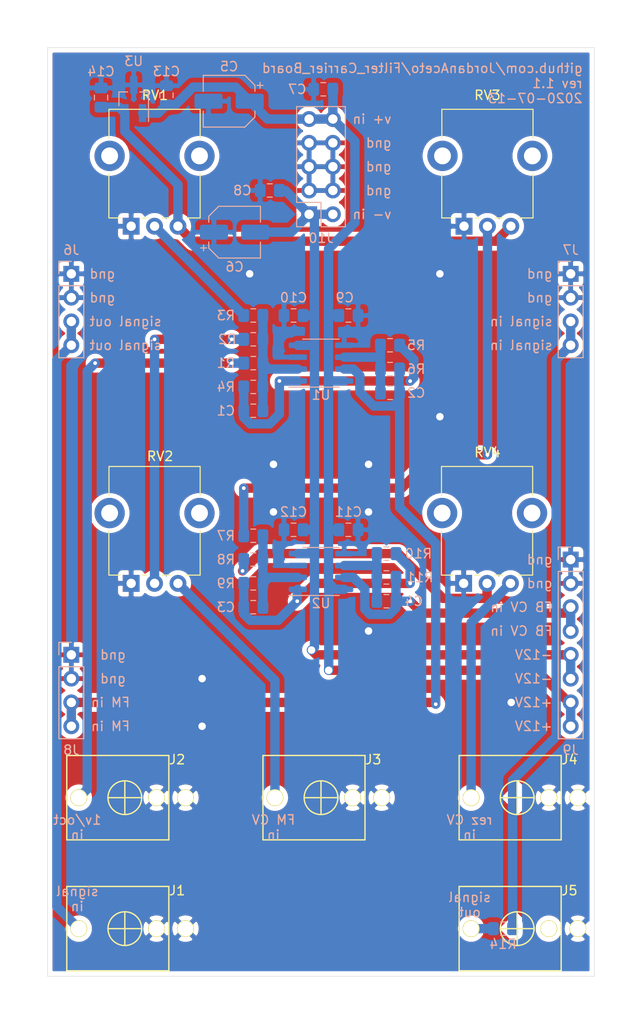
<source format=kicad_pcb>
(kicad_pcb (version 20171130) (host pcbnew 5.1.6-c6e7f7d~87~ubuntu18.04.1)
  (title_block (title "Filter Carrier Board") (date 2020-03-18) (rev 1) (comment 1 creativecommons.org/licenses/by/4.0/) (comment 2 "License: CC by 4.0") (comment 3 "Author: Jordan Aceto"))
  (layers (0 F.Cu signal) (31 B.Cu signal) (34 B.Paste user) (35 F.Paste user) (36 B.SilkS user) (37 F.SilkS user) (38 B.Mask user) (39 F.Mask user) (44 Edge.Cuts user))
  (net 0 "")
  (net 1 +12V)
  (net 2 GND)
  (net 3 -12V)
  (net 4 "Net-(J1-Pad3)")
  (net 5 "Net-(J2-Pad3)")
  (net 6 "Net-(J4-Pad3)")
  (net 7 "Net-(J7-Pad3)")
  (net 8 "Net-(R3-Pad2)")
  (net 9 "Net-(R8-Pad2)")
  (net 10 "Net-(J3-Pad3)")
  (net 11 "Net-(J5-Pad3)")
  (net 12 "Net-(C1-Pad2)")
  (net 13 "Net-(C1-Pad1)")
  (net 14 "Net-(C2-Pad2)")
  (net 15 "Net-(C2-Pad1)")
  (net 16 "Net-(C3-Pad2)")
  (net 17 "Net-(C3-Pad1)")
  (net 18 "Net-(C4-Pad2)")
  (net 19 "Net-(C4-Pad1)")
  (net 20 +5V)
  (net 21 "Net-(R2-Pad2)")
  (net 22 "Net-(R7-Pad2)")
  (net 23 "Net-(J5-Pad2)")
  (module Capacitor_SMD:C_0805_2012Metric_Pad1.15x1.40mm_HandSolder (layer B.Cu) (at 108.585 52.315 90)
    (fp_text reference C14 (at 2.785 0 180) (layer B.SilkS) (effects (justify mirror)))
    (fp_text value 100nF)
    (pad 2 smd roundrect (at 1.025 0 90) (size 1.15 1.4) (layers B.Cu B.Paste B.Mask) (roundrect_rratio 0.217391) (net 2 GND))
    (pad 1 smd roundrect (at -1.025 0 90) (size 1.15 1.4) (layers B.Cu B.Paste B.Mask) (roundrect_rratio 0.217391) (net 20 +5V))
  )
  (module Capacitor_SMD:C_0805_2012Metric_Pad1.15x1.40mm_HandSolder (layer B.Cu) (at 115.57 52.07 90)
    (fp_text reference C13 (at 2.54 0 180) (layer B.SilkS) (effects (justify mirror)))
    (fp_text value 100nF)
    (pad 2 smd roundrect (at 1.025 0 90) (size 1.15 1.4) (layers B.Cu B.Paste B.Mask) (roundrect_rratio 0.217391) (net 2 GND))
    (pad 1 smd roundrect (at -1.025 0 90) (size 1.15 1.4) (layers B.Cu B.Paste B.Mask) (roundrect_rratio 0.217391) (net 1 +12V))
  )
  (module Eurocad:PJ301M-12 (layer F.Cu) (at 153.035 140.97 90)
    (fp_text reference J5 (at 4.064 5.588 180) (layer F.SilkS))
    (fp_text value PJ301M-12)
    (pad 3 thru_hole circle (at 0 -4.92 90) (size 1.8 1.8) (drill 1.6) (layers *.Cu *.Mask F.SilkS) (net 11 "Net-(J5-Pad3)"))
    (pad 1 thru_hole circle (at 0 6.48 90) (size 1.8 1.8) (drill 1.6) (layers *.Cu *.Mask F.SilkS) (net 2 GND))
    (pad 2 thru_hole circle (at 0 3.38 90) (size 1.8 1.8) (drill 1.6) (layers *.Cu *.Mask F.SilkS) (net 23 "Net-(J5-Pad2)"))
  )
  (module Eurocad:PJ301M-12 (layer F.Cu) (at 153.035 127 90)
    (fp_text reference J4 (at 4.064 5.588 180) (layer F.SilkS))
    (fp_text value PJ301M-12)
    (pad 3 thru_hole circle (at 0 -4.92 90) (size 1.8 1.8) (drill 1.6) (layers *.Cu *.Mask F.SilkS) (net 6 "Net-(J4-Pad3)"))
    (pad 1 thru_hole circle (at 0 6.48 90) (size 1.8 1.8) (drill 1.6) (layers *.Cu *.Mask F.SilkS) (net 2 GND))
    (pad 2 thru_hole circle (at 0 3.38 90) (size 1.8 1.8) (drill 1.6) (layers *.Cu *.Mask F.SilkS) (net 2 GND))
  )
  (module Eurocad:PJ301M-12 (layer F.Cu) (at 132.08 127 90)
    (fp_text reference J3 (at 4.064 5.588 180) (layer F.SilkS))
    (fp_text value PJ301M-12)
    (pad 3 thru_hole circle (at 0 -4.92 90) (size 1.8 1.8) (drill 1.6) (layers *.Cu *.Mask F.SilkS) (net 10 "Net-(J3-Pad3)"))
    (pad 1 thru_hole circle (at 0 6.48 90) (size 1.8 1.8) (drill 1.6) (layers *.Cu *.Mask F.SilkS) (net 2 GND))
    (pad 2 thru_hole circle (at 0 3.38 90) (size 1.8 1.8) (drill 1.6) (layers *.Cu *.Mask F.SilkS) (net 2 GND))
  )
  (module Eurocad:PJ301M-12 (layer F.Cu) (at 111.125 127 90)
    (fp_text reference J2 (at 4.064 5.588 180) (layer F.SilkS))
    (fp_text value PJ301M-12)
    (pad 3 thru_hole circle (at 0 -4.92 90) (size 1.8 1.8) (drill 1.6) (layers *.Cu *.Mask F.SilkS) (net 5 "Net-(J2-Pad3)"))
    (pad 1 thru_hole circle (at 0 6.48 90) (size 1.8 1.8) (drill 1.6) (layers *.Cu *.Mask F.SilkS) (net 2 GND))
    (pad 2 thru_hole circle (at 0 3.38 90) (size 1.8 1.8) (drill 1.6) (layers *.Cu *.Mask F.SilkS) (net 2 GND))
  )
  (module Eurocad:PJ301M-12 (layer F.Cu) (at 111.125 140.97 90)
    (fp_text reference J1 (at 4.064 5.588 180) (layer F.SilkS))
    (fp_text value PJ301M-12)
    (pad 3 thru_hole circle (at 0 -4.92 90) (size 1.8 1.8) (drill 1.6) (layers *.Cu *.Mask F.SilkS) (net 4 "Net-(J1-Pad3)"))
    (pad 1 thru_hole circle (at 0 6.48 90) (size 1.8 1.8) (drill 1.6) (layers *.Cu *.Mask F.SilkS) (net 2 GND))
    (pad 2 thru_hole circle (at 0 3.38 90) (size 1.8 1.8) (drill 1.6) (layers *.Cu *.Mask F.SilkS) (net 2 GND))
  )
  (module Package_TO_SOT_SMD:SOT-23_Handsoldering (layer B.Cu) (at 112.075 52.475 90)
    (fp_text reference U3 (at 4.04 0 180) (layer B.SilkS) (effects (justify mirror)))
    (fp_text value MAX6035xxUR50)
    (pad 3 smd rect (at 1.5 0 90) (size 1.9 0.8) (layers B.Cu B.Paste B.Mask) (net 2 GND))
    (pad 2 smd rect (at -1.5 -0.95 90) (size 1.9 0.8) (layers B.Cu B.Paste B.Mask) (net 20 +5V))
    (pad 1 smd rect (at -1.5 0.95 90) (size 1.9 0.8) (layers B.Cu B.Paste B.Mask) (net 1 +12V))
  )
  (module Package_SO:SOIC-8_3.9x4.9mm_P1.27mm (layer B.Cu) (at 132.08 102.87)
    (fp_text reference U2 (at 0 3.4) (layer B.SilkS) (effects (justify mirror)))
    (fp_text value TL072)
    (pad 8 smd roundrect (at 2.475 1.905) (size 1.95 0.6) (layers B.Cu B.Paste B.Mask) (net 1 +12V))
    (pad 7 smd roundrect (at 2.475 0.635) (size 1.95 0.6) (layers B.Cu B.Paste B.Mask) (net 19 "Net-(C4-Pad1)"))
    (pad 6 smd roundrect (at 2.475 -0.635) (size 1.95 0.6) (layers B.Cu B.Paste B.Mask) (net 18 "Net-(C4-Pad2)"))
    (pad 5 smd roundrect (at 2.475 -1.905) (size 1.95 0.6) (layers B.Cu B.Paste B.Mask) (net 2 GND))
    (pad 4 smd roundrect (at -2.475 -1.905) (size 1.95 0.6) (layers B.Cu B.Paste B.Mask) (net 3 -12V))
    (pad 3 smd roundrect (at -2.475 -0.635) (size 1.95 0.6) (layers B.Cu B.Paste B.Mask) (net 2 GND))
    (pad 2 smd roundrect (at -2.475 0.635) (size 1.95 0.6) (layers B.Cu B.Paste B.Mask) (net 16 "Net-(C3-Pad2)"))
    (pad 1 smd roundrect (at -2.475 1.905) (size 1.95 0.6) (layers B.Cu B.Paste B.Mask) (net 17 "Net-(C3-Pad1)"))
  )
  (module Package_SO:SOIC-8_3.9x4.9mm_P1.27mm (layer B.Cu) (at 132.08 80.645)
    (fp_text reference U1 (at 0 3.4) (layer B.SilkS) (effects (justify mirror)))
    (fp_text value TL072)
    (pad 8 smd roundrect (at 2.475 1.905) (size 1.95 0.6) (layers B.Cu B.Paste B.Mask) (net 1 +12V))
    (pad 7 smd roundrect (at 2.475 0.635) (size 1.95 0.6) (layers B.Cu B.Paste B.Mask) (net 15 "Net-(C2-Pad1)"))
    (pad 6 smd roundrect (at 2.475 -0.635) (size 1.95 0.6) (layers B.Cu B.Paste B.Mask) (net 14 "Net-(C2-Pad2)"))
    (pad 5 smd roundrect (at 2.475 -1.905) (size 1.95 0.6) (layers B.Cu B.Paste B.Mask) (net 2 GND))
    (pad 4 smd roundrect (at -2.475 -1.905) (size 1.95 0.6) (layers B.Cu B.Paste B.Mask) (net 3 -12V))
    (pad 3 smd roundrect (at -2.475 -0.635) (size 1.95 0.6) (layers B.Cu B.Paste B.Mask) (net 2 GND))
    (pad 2 smd roundrect (at -2.475 0.635) (size 1.95 0.6) (layers B.Cu B.Paste B.Mask) (net 12 "Net-(C1-Pad2)"))
    (pad 1 smd roundrect (at -2.475 1.905) (size 1.95 0.6) (layers B.Cu B.Paste B.Mask) (net 13 "Net-(C1-Pad1)"))
  )
  (module Potentiometer_THT:Potentiometer_Alpha_RD901F-40-00D_Single_Vertical_CircularHoles (layer F.Cu) (at 147.32 104.14 90)
    (fp_text reference RV4 (at 13.97 2.54) (layer F.SilkS))
    (fp_text value 100k)
    (pad "" thru_hole circle (at 7.5 -2.3 180) (size 3.24 3.24) (drill 1.8) (layers *.Cu *.Mask))
    (pad "" thru_hole circle (at 7.5 7.3 180) (size 3.24 3.24) (drill 1.8) (layers *.Cu *.Mask))
    (pad 3 thru_hole circle (at 0 5 180) (size 1.8 1.8) (drill 1) (layers *.Cu *.Mask) (net 6 "Net-(J4-Pad3)"))
    (pad 2 thru_hole circle (at 0 2.5 180) (size 1.8 1.8) (drill 1) (layers *.Cu *.Mask) (net 9 "Net-(R8-Pad2)"))
    (pad 1 thru_hole rect (at 0 0 180) (size 1.8 1.8) (drill 1) (layers *.Cu *.Mask) (net 2 GND))
  )
  (module Potentiometer_THT:Potentiometer_Alpha_RD901F-40-00D_Single_Vertical_CircularHoles (layer F.Cu) (at 147.36 66.04 90)
    (fp_text reference RV3 (at 13.97 2.5) (layer F.SilkS))
    (fp_text value 10k)
    (pad "" thru_hole circle (at 7.5 -2.3 180) (size 3.24 3.24) (drill 1.8) (layers *.Cu *.Mask))
    (pad "" thru_hole circle (at 7.5 7.3 180) (size 3.24 3.24) (drill 1.8) (layers *.Cu *.Mask))
    (pad 3 thru_hole circle (at 0 5 180) (size 1.8 1.8) (drill 1) (layers *.Cu *.Mask) (net 20 +5V))
    (pad 2 thru_hole circle (at 0 2.5 180) (size 1.8 1.8) (drill 1) (layers *.Cu *.Mask) (net 22 "Net-(R7-Pad2)"))
    (pad 1 thru_hole rect (at 0 0 180) (size 1.8 1.8) (drill 1) (layers *.Cu *.Mask) (net 2 GND))
  )
  (module Potentiometer_THT:Potentiometer_Alpha_RD901F-40-00D_Single_Vertical_CircularHoles (layer F.Cu) (at 111.8 104.14 90)
    (fp_text reference RV2 (at 13.56 3.09) (layer F.SilkS))
    (fp_text value 100k)
    (pad "" thru_hole circle (at 7.5 -2.3 180) (size 3.24 3.24) (drill 1.8) (layers *.Cu *.Mask))
    (pad "" thru_hole circle (at 7.5 7.3 180) (size 3.24 3.24) (drill 1.8) (layers *.Cu *.Mask))
    (pad 3 thru_hole circle (at 0 5 180) (size 1.8 1.8) (drill 1) (layers *.Cu *.Mask) (net 10 "Net-(J3-Pad3)"))
    (pad 2 thru_hole circle (at 0 2.5 180) (size 1.8 1.8) (drill 1) (layers *.Cu *.Mask) (net 21 "Net-(R2-Pad2)"))
    (pad 1 thru_hole rect (at 0 0 180) (size 1.8 1.8) (drill 1) (layers *.Cu *.Mask) (net 2 GND))
  )
  (module Potentiometer_THT:Potentiometer_Alpha_RD901F-40-00D_Single_Vertical_CircularHoles (layer F.Cu) (at 111.8 66.04 90)
    (fp_text reference RV1 (at 13.97 2.54) (layer F.SilkS))
    (fp_text value 10k)
    (pad "" thru_hole circle (at 7.5 -2.3 180) (size 3.24 3.24) (drill 1.8) (layers *.Cu *.Mask))
    (pad "" thru_hole circle (at 7.5 7.3 180) (size 3.24 3.24) (drill 1.8) (layers *.Cu *.Mask))
    (pad 3 thru_hole circle (at 0 5 180) (size 1.8 1.8) (drill 1) (layers *.Cu *.Mask) (net 20 +5V))
    (pad 2 thru_hole circle (at 0 2.5 180) (size 1.8 1.8) (drill 1) (layers *.Cu *.Mask) (net 8 "Net-(R3-Pad2)"))
    (pad 1 thru_hole rect (at 0 0 180) (size 1.8 1.8) (drill 1) (layers *.Cu *.Mask) (net 2 GND))
  )
  (module Resistor_SMD:R_0805_2012Metric_Pad1.15x1.40mm_HandSolder (layer B.Cu) (at 151.52 140.97)
    (fp_text reference R14 (at 0 1.65) (layer B.SilkS) (effects (justify mirror)))
    (fp_text value 1k)
    (pad 2 smd roundrect (at 1.025 0) (size 1.15 1.4) (layers B.Cu B.Paste B.Mask) (roundrect_rratio 0.217391) (net 7 "Net-(J7-Pad3)"))
    (pad 1 smd roundrect (at -1.025 0) (size 1.15 1.4) (layers B.Cu B.Paste B.Mask) (roundrect_rratio 0.217391) (net 11 "Net-(J5-Pad3)"))
  )
  (module Resistor_SMD:R_0805_2012Metric_Pad1.15x1.40mm_HandSolder (layer B.Cu) (at 139.065 103.505 180)
    (fp_text reference R11 (at -3.565 0) (layer B.SilkS) (effects (justify mirror)))
    (fp_text value 47k)
    (pad 2 smd roundrect (at 1.025 0 180) (size 1.15 1.4) (layers B.Cu B.Paste B.Mask) (roundrect_rratio 0.217391) (net 18 "Net-(C4-Pad2)"))
    (pad 1 smd roundrect (at -1.025 0 180) (size 1.15 1.4) (layers B.Cu B.Paste B.Mask) (roundrect_rratio 0.217391) (net 19 "Net-(C4-Pad1)"))
  )
  (module Resistor_SMD:R_0805_2012Metric_Pad1.15x1.40mm_HandSolder (layer B.Cu) (at 139.065 100.965)
    (fp_text reference R10 (at 3.42 0) (layer B.SilkS) (effects (justify mirror)))
    (fp_text value 100k)
    (pad 2 smd roundrect (at 1.025 0) (size 1.15 1.4) (layers B.Cu B.Paste B.Mask) (roundrect_rratio 0.217391) (net 17 "Net-(C3-Pad1)"))
    (pad 1 smd roundrect (at -1.025 0) (size 1.15 1.4) (layers B.Cu B.Paste B.Mask) (roundrect_rratio 0.217391) (net 18 "Net-(C4-Pad2)"))
  )
  (module Resistor_SMD:R_0805_2012Metric_Pad1.15x1.40mm_HandSolder (layer B.Cu) (at 124.85 104.14)
    (fp_text reference R9 (at -2.93 0) (layer B.SilkS) (effects (justify mirror)))
    (fp_text value 100k)
    (pad 2 smd roundrect (at 1.025 0) (size 1.15 1.4) (layers B.Cu B.Paste B.Mask) (roundrect_rratio 0.217391) (net 16 "Net-(C3-Pad2)"))
    (pad 1 smd roundrect (at -1.025 0) (size 1.15 1.4) (layers B.Cu B.Paste B.Mask) (roundrect_rratio 0.217391) (net 17 "Net-(C3-Pad1)"))
  )
  (module Resistor_SMD:R_0805_2012Metric_Pad1.15x1.40mm_HandSolder (layer B.Cu) (at 124.85 101.6 180)
    (fp_text reference R8 (at 2.93 0) (layer B.SilkS) (effects (justify mirror)))
    (fp_text value 100k)
    (pad 2 smd roundrect (at 1.025 0 180) (size 1.15 1.4) (layers B.Cu B.Paste B.Mask) (roundrect_rratio 0.217391) (net 9 "Net-(R8-Pad2)"))
    (pad 1 smd roundrect (at -1.025 0 180) (size 1.15 1.4) (layers B.Cu B.Paste B.Mask) (roundrect_rratio 0.217391) (net 16 "Net-(C3-Pad2)"))
  )
  (module Resistor_SMD:R_0805_2012Metric_Pad1.15x1.40mm_HandSolder (layer B.Cu) (at 124.85 99.06 180)
    (fp_text reference R7 (at 2.93 0) (layer B.SilkS) (effects (justify mirror)))
    (fp_text value 100k)
    (pad 2 smd roundrect (at 1.025 0 180) (size 1.15 1.4) (layers B.Cu B.Paste B.Mask) (roundrect_rratio 0.217391) (net 22 "Net-(R7-Pad2)"))
    (pad 1 smd roundrect (at -1.025 0 180) (size 1.15 1.4) (layers B.Cu B.Paste B.Mask) (roundrect_rratio 0.217391) (net 16 "Net-(C3-Pad2)"))
  )
  (module Resistor_SMD:R_0805_2012Metric_Pad1.15x1.40mm_HandSolder (layer B.Cu) (at 139.455 81.28 180)
    (fp_text reference R6 (at -2.785 0) (layer B.SilkS) (effects (justify mirror)))
    (fp_text value 22k)
    (pad 2 smd roundrect (at 1.025 0 180) (size 1.15 1.4) (layers B.Cu B.Paste B.Mask) (roundrect_rratio 0.217391) (net 14 "Net-(C2-Pad2)"))
    (pad 1 smd roundrect (at -1.025 0 180) (size 1.15 1.4) (layers B.Cu B.Paste B.Mask) (roundrect_rratio 0.217391) (net 15 "Net-(C2-Pad1)"))
  )
  (module Resistor_SMD:R_0805_2012Metric_Pad1.15x1.40mm_HandSolder (layer B.Cu) (at 139.455 78.74)
    (fp_text reference R5 (at 2.785 0) (layer B.SilkS) (effects (justify mirror)))
    (fp_text value 100k)
    (pad 2 smd roundrect (at 1.025 0) (size 1.15 1.4) (layers B.Cu B.Paste B.Mask) (roundrect_rratio 0.217391) (net 13 "Net-(C1-Pad1)"))
    (pad 1 smd roundrect (at -1.025 0) (size 1.15 1.4) (layers B.Cu B.Paste B.Mask) (roundrect_rratio 0.217391) (net 14 "Net-(C2-Pad2)"))
  )
  (module Resistor_SMD:R_0805_2012Metric_Pad1.15x1.40mm_HandSolder (layer B.Cu) (at 124.85 83.185)
    (fp_text reference R4 (at -2.93 0) (layer B.SilkS) (effects (justify mirror)))
    (fp_text value 100k)
    (pad 2 smd roundrect (at 1.025 0) (size 1.15 1.4) (layers B.Cu B.Paste B.Mask) (roundrect_rratio 0.217391) (net 12 "Net-(C1-Pad2)"))
    (pad 1 smd roundrect (at -1.025 0) (size 1.15 1.4) (layers B.Cu B.Paste B.Mask) (roundrect_rratio 0.217391) (net 13 "Net-(C1-Pad1)"))
  )
  (module Resistor_SMD:R_0805_2012Metric_Pad1.15x1.40mm_HandSolder (layer B.Cu) (at 124.85 75.565 180)
    (fp_text reference R3 (at 2.93 0) (layer B.SilkS) (effects (justify mirror)))
    (fp_text value 50k)
    (pad 2 smd roundrect (at 1.025 0 180) (size 1.15 1.4) (layers B.Cu B.Paste B.Mask) (roundrect_rratio 0.217391) (net 8 "Net-(R3-Pad2)"))
    (pad 1 smd roundrect (at -1.025 0 180) (size 1.15 1.4) (layers B.Cu B.Paste B.Mask) (roundrect_rratio 0.217391) (net 12 "Net-(C1-Pad2)"))
  )
  (module Resistor_SMD:R_0805_2012Metric_Pad1.15x1.40mm_HandSolder (layer B.Cu) (at 124.85 78.105 180)
    (fp_text reference R2 (at 2.785 0) (layer B.SilkS) (effects (justify mirror)))
    (fp_text value 100k)
    (pad 2 smd roundrect (at 1.025 0 180) (size 1.15 1.4) (layers B.Cu B.Paste B.Mask) (roundrect_rratio 0.217391) (net 21 "Net-(R2-Pad2)"))
    (pad 1 smd roundrect (at -1.025 0 180) (size 1.15 1.4) (layers B.Cu B.Paste B.Mask) (roundrect_rratio 0.217391) (net 12 "Net-(C1-Pad2)"))
  )
  (module Resistor_SMD:R_0805_2012Metric_Pad1.15x1.40mm_HandSolder (layer B.Cu) (at 124.85 80.645 180)
    (fp_text reference R1 (at 2.93 0) (layer B.SilkS) (effects (justify mirror)))
    (fp_text value 100k)
    (pad 2 smd roundrect (at 1.025 0 180) (size 1.15 1.4) (layers B.Cu B.Paste B.Mask) (roundrect_rratio 0.217391) (net 5 "Net-(J2-Pad3)"))
    (pad 1 smd roundrect (at -1.025 0 180) (size 1.15 1.4) (layers B.Cu B.Paste B.Mask) (roundrect_rratio 0.217391) (net 12 "Net-(C1-Pad2)"))
  )
  (module Capacitor_SMD:C_0805_2012Metric_Pad1.15x1.40mm_HandSolder (layer B.Cu) (at 129.15 98.425)
    (fp_text reference C12 (at 0 -1.905) (layer B.SilkS) (effects (justify mirror)))
    (fp_text value 100nF)
    (pad 2 smd roundrect (at 1.025 0) (size 1.15 1.4) (layers B.Cu B.Paste B.Mask) (roundrect_rratio 0.217391) (net 3 -12V))
    (pad 1 smd roundrect (at -1.025 0) (size 1.15 1.4) (layers B.Cu B.Paste B.Mask) (roundrect_rratio 0.217391) (net 2 GND))
  )
  (module Capacitor_SMD:C_0805_2012Metric_Pad1.15x1.40mm_HandSolder (layer B.Cu) (at 135.01 98.425)
    (fp_text reference C11 (at 0 -1.905) (layer B.SilkS) (effects (justify mirror)))
    (fp_text value 100nF)
    (pad 2 smd roundrect (at 1.025 0) (size 1.15 1.4) (layers B.Cu B.Paste B.Mask) (roundrect_rratio 0.217391) (net 2 GND))
    (pad 1 smd roundrect (at -1.025 0) (size 1.15 1.4) (layers B.Cu B.Paste B.Mask) (roundrect_rratio 0.217391) (net 1 +12V))
  )
  (module Capacitor_SMD:C_0805_2012Metric_Pad1.15x1.40mm_HandSolder (layer B.Cu) (at 129.15 75.565)
    (fp_text reference C10 (at 0 -1.905) (layer B.SilkS) (effects (justify mirror)))
    (fp_text value 100nF)
    (pad 2 smd roundrect (at 1.025 0) (size 1.15 1.4) (layers B.Cu B.Paste B.Mask) (roundrect_rratio 0.217391) (net 3 -12V))
    (pad 1 smd roundrect (at -1.025 0) (size 1.15 1.4) (layers B.Cu B.Paste B.Mask) (roundrect_rratio 0.217391) (net 2 GND))
  )
  (module Capacitor_SMD:C_0805_2012Metric_Pad1.15x1.40mm_HandSolder (layer B.Cu) (at 135.01 75.565)
    (fp_text reference C9 (at -0.39 -1.905) (layer B.SilkS) (effects (justify mirror)))
    (fp_text value 100nF)
    (pad 2 smd roundrect (at 1.025 0) (size 1.15 1.4) (layers B.Cu B.Paste B.Mask) (roundrect_rratio 0.217391) (net 2 GND))
    (pad 1 smd roundrect (at -1.025 0) (size 1.15 1.4) (layers B.Cu B.Paste B.Mask) (roundrect_rratio 0.217391) (net 1 +12V))
  )
  (module Capacitor_SMD:C_0805_2012Metric_Pad1.15x1.40mm_HandSolder (layer B.Cu) (at 126.61 62.23)
    (fp_text reference C8 (at -2.93 0) (layer B.SilkS) (effects (justify mirror)))
    (fp_text value 100nF)
    (pad 2 smd roundrect (at 1.025 0) (size 1.15 1.4) (layers B.Cu B.Paste B.Mask) (roundrect_rratio 0.217391) (net 3 -12V))
    (pad 1 smd roundrect (at -1.025 0) (size 1.15 1.4) (layers B.Cu B.Paste B.Mask) (roundrect_rratio 0.217391) (net 2 GND))
  )
  (module Capacitor_SMD:C_0805_2012Metric_Pad1.15x1.40mm_HandSolder (layer B.Cu) (at 132.325 51.435 180)
    (fp_text reference C7 (at 2.785 0) (layer B.SilkS) (effects (justify mirror)))
    (fp_text value 100nF)
    (pad 2 smd roundrect (at 1.025 0 180) (size 1.15 1.4) (layers B.Cu B.Paste B.Mask) (roundrect_rratio 0.217391) (net 2 GND))
    (pad 1 smd roundrect (at -1.025 0 180) (size 1.15 1.4) (layers B.Cu B.Paste B.Mask) (roundrect_rratio 0.217391) (net 1 +12V))
  )
  (module Capacitor_SMD:CP_Elec_5x5.4 (layer B.Cu) (at 122.85 66.675)
    (fp_text reference C6 (at 0 3.7) (layer B.SilkS) (effects (justify mirror)))
    (fp_text value 10uF)
    (pad 2 smd roundrect (at 2.2 0) (size 3 1.6) (layers B.Cu B.Paste B.Mask) (roundrect_rratio 0.15625) (net 3 -12V))
    (pad 1 smd roundrect (at -2.2 0) (size 3 1.6) (layers B.Cu B.Paste B.Mask) (roundrect_rratio 0.15625) (net 2 GND))
  )
  (module Capacitor_SMD:CP_Elec_5x5.4 (layer B.Cu) (at 122.26 52.705 180)
    (fp_text reference C5 (at 0 3.7) (layer B.SilkS) (effects (justify mirror)))
    (fp_text value 10uF)
    (pad 2 smd roundrect (at 2.2 0 180) (size 3 1.6) (layers B.Cu B.Paste B.Mask) (roundrect_rratio 0.15625) (net 2 GND))
    (pad 1 smd roundrect (at -2.2 0 180) (size 3 1.6) (layers B.Cu B.Paste B.Mask) (roundrect_rratio 0.15625) (net 1 +12V))
  )
  (module Capacitor_SMD:C_0805_2012Metric_Pad1.15x1.40mm_HandSolder (layer B.Cu) (at 139.065 106.045 180)
    (fp_text reference C4 (at -2.93 0) (layer B.SilkS) (effects (justify mirror)))
    (fp_text value 100pF)
    (pad 2 smd roundrect (at 1.025 0 180) (size 1.15 1.4) (layers B.Cu B.Paste B.Mask) (roundrect_rratio 0.217391) (net 18 "Net-(C4-Pad2)"))
    (pad 1 smd roundrect (at -1.025 0 180) (size 1.15 1.4) (layers B.Cu B.Paste B.Mask) (roundrect_rratio 0.217391) (net 19 "Net-(C4-Pad1)"))
  )
  (module Capacitor_SMD:C_0805_2012Metric_Pad1.15x1.40mm_HandSolder (layer B.Cu) (at 124.85 106.68)
    (fp_text reference C3 (at -2.93 0) (layer B.SilkS) (effects (justify mirror)))
    (fp_text value 100pF)
    (pad 2 smd roundrect (at 1.025 0) (size 1.15 1.4) (layers B.Cu B.Paste B.Mask) (roundrect_rratio 0.217391) (net 16 "Net-(C3-Pad2)"))
    (pad 1 smd roundrect (at -1.025 0) (size 1.15 1.4) (layers B.Cu B.Paste B.Mask) (roundrect_rratio 0.217391) (net 17 "Net-(C3-Pad1)"))
  )
  (module Capacitor_SMD:C_0805_2012Metric_Pad1.15x1.40mm_HandSolder (layer B.Cu) (at 139.455 83.82 180)
    (fp_text reference C2 (at -2.785 0) (layer B.SilkS) (effects (justify mirror)))
    (fp_text value 100pF)
    (pad 2 smd roundrect (at 1.025 0 180) (size 1.15 1.4) (layers B.Cu B.Paste B.Mask) (roundrect_rratio 0.217391) (net 14 "Net-(C2-Pad2)"))
    (pad 1 smd roundrect (at -1.025 0 180) (size 1.15 1.4) (layers B.Cu B.Paste B.Mask) (roundrect_rratio 0.217391) (net 15 "Net-(C2-Pad1)"))
  )
  (module Capacitor_SMD:C_0805_2012Metric_Pad1.15x1.40mm_HandSolder (layer B.Cu) (at 124.85 85.725)
    (fp_text reference C1 (at -2.93 0) (layer B.SilkS) (effects (justify mirror)))
    (fp_text value 100pF)
    (pad 2 smd roundrect (at 1.025 0) (size 1.15 1.4) (layers B.Cu B.Paste B.Mask) (roundrect_rratio 0.217391) (net 12 "Net-(C1-Pad2)"))
    (pad 1 smd roundrect (at -1.025 0) (size 1.15 1.4) (layers B.Cu B.Paste B.Mask) (roundrect_rratio 0.217391) (net 13 "Net-(C1-Pad1)"))
  )
  (module Connector_PinHeader_2.54mm:PinHeader_2x05_P2.54mm_Vertical (layer B.Cu) (at 130.81 64.77)
    (fp_text reference J10 (at 1.27 2.54) (layer B.SilkS) (effects (justify mirror)))
    (fp_text value power_in)
    (pad 1 thru_hole rect (at 0 0) (size 1.7 1.7) (drill 1) (layers *.Cu *.Mask) (net 3 -12V))
    (pad 2 thru_hole oval (at 2.54 0) (size 1.7 1.7) (drill 1) (layers *.Cu *.Mask) (net 3 -12V))
    (pad 3 thru_hole oval (at 0 -2.54) (size 1.7 1.7) (drill 1) (layers *.Cu *.Mask) (net 2 GND))
    (pad 4 thru_hole oval (at 2.54 -2.54) (size 1.7 1.7) (drill 1) (layers *.Cu *.Mask) (net 2 GND))
    (pad 5 thru_hole oval (at 0 -5.08) (size 1.7 1.7) (drill 1) (layers *.Cu *.Mask) (net 2 GND))
    (pad 6 thru_hole oval (at 2.54 -5.08) (size 1.7 1.7) (drill 1) (layers *.Cu *.Mask) (net 2 GND))
    (pad 7 thru_hole oval (at 0 -7.62) (size 1.7 1.7) (drill 1) (layers *.Cu *.Mask) (net 2 GND))
    (pad 8 thru_hole oval (at 2.54 -7.62) (size 1.7 1.7) (drill 1) (layers *.Cu *.Mask) (net 2 GND))
    (pad 9 thru_hole oval (at 0 -10.16) (size 1.7 1.7) (drill 1) (layers *.Cu *.Mask) (net 1 +12V))
    (pad 10 thru_hole oval (at 2.54 -10.16) (size 1.7 1.7) (drill 1) (layers *.Cu *.Mask) (net 1 +12V))
  )
  (module Connector_PinSocket_2.54mm:PinSocket_1x04_P2.54mm_Vertical (layer B.Cu) (at 105.41 111.76 180)
    (fp_text reference J8 (at 0 -10.16) (layer B.SilkS) (effects (justify mirror)))
    (fp_text value cv_in)
    (pad 4 thru_hole oval (at 0 -7.62 180) (size 1.7 1.7) (drill 1) (layers *.Cu *.Mask) (net 15 "Net-(C2-Pad1)"))
    (pad 3 thru_hole oval (at 0 -5.08 180) (size 1.7 1.7) (drill 1) (layers *.Cu *.Mask) (net 15 "Net-(C2-Pad1)"))
    (pad 2 thru_hole oval (at 0 -2.54 180) (size 1.7 1.7) (drill 1) (layers *.Cu *.Mask) (net 2 GND))
    (pad 1 thru_hole rect (at 0 0 180) (size 1.7 1.7) (drill 1) (layers *.Cu *.Mask) (net 2 GND))
  )
  (module Connector_PinSocket_2.54mm:PinSocket_1x04_P2.54mm_Vertical (layer B.Cu) (at 105.41 71.12 180)
    (fp_text reference J6 (at 0 2.54) (layer B.SilkS) (effects (justify mirror)))
    (fp_text value signal_in)
    (pad 1 thru_hole rect (at 0 0 180) (size 1.7 1.7) (drill 1) (layers *.Cu *.Mask) (net 2 GND))
    (pad 2 thru_hole oval (at 0 -2.54 180) (size 1.7 1.7) (drill 1) (layers *.Cu *.Mask) (net 2 GND))
    (pad 3 thru_hole oval (at 0 -5.08 180) (size 1.7 1.7) (drill 1) (layers *.Cu *.Mask) (net 4 "Net-(J1-Pad3)"))
    (pad 4 thru_hole oval (at 0 -7.62 180) (size 1.7 1.7) (drill 1) (layers *.Cu *.Mask) (net 4 "Net-(J1-Pad3)"))
  )
  (module Connector_PinSocket_2.54mm:PinSocket_1x04_P2.54mm_Vertical (layer B.Cu) (at 158.75 71.12 180)
    (fp_text reference J7 (at 0 2.54) (layer B.SilkS) (effects (justify mirror)))
    (fp_text value signal_out)
    (pad 1 thru_hole rect (at 0 0 180) (size 1.7 1.7) (drill 1) (layers *.Cu *.Mask) (net 2 GND))
    (pad 2 thru_hole oval (at 0 -2.54 180) (size 1.7 1.7) (drill 1) (layers *.Cu *.Mask) (net 2 GND))
    (pad 3 thru_hole oval (at 0 -5.08 180) (size 1.7 1.7) (drill 1) (layers *.Cu *.Mask) (net 7 "Net-(J7-Pad3)"))
    (pad 4 thru_hole oval (at 0 -7.62 180) (size 1.7 1.7) (drill 1) (layers *.Cu *.Mask) (net 7 "Net-(J7-Pad3)"))
  )
  (module Connector_PinSocket_2.54mm:PinSocket_1x08_P2.54mm_Vertical (layer B.Cu) (at 158.75 101.6 180)
    (fp_text reference J9 (at 0 -20.32) (layer B.SilkS) (effects (justify mirror)))
    (fp_text value power_and_rez_cv_in)
    (pad 1 thru_hole rect (at 0 0 180) (size 1.7 1.7) (drill 1) (layers *.Cu *.Mask) (net 2 GND))
    (pad 2 thru_hole oval (at 0 -2.54 180) (size 1.7 1.7) (drill 1) (layers *.Cu *.Mask) (net 2 GND))
    (pad 3 thru_hole oval (at 0 -5.08 180) (size 1.7 1.7) (drill 1) (layers *.Cu *.Mask) (net 19 "Net-(C4-Pad1)"))
    (pad 4 thru_hole oval (at 0 -7.62 180) (size 1.7 1.7) (drill 1) (layers *.Cu *.Mask) (net 19 "Net-(C4-Pad1)"))
    (pad 5 thru_hole oval (at 0 -10.16 180) (size 1.7 1.7) (drill 1) (layers *.Cu *.Mask) (net 3 -12V))
    (pad 6 thru_hole oval (at 0 -12.7 180) (size 1.7 1.7) (drill 1) (layers *.Cu *.Mask) (net 3 -12V))
    (pad 7 thru_hole oval (at 0 -15.24 180) (size 1.7 1.7) (drill 1) (layers *.Cu *.Mask) (net 1 +12V))
    (pad 8 thru_hole oval (at 0 -17.78 180) (size 1.7 1.7) (drill 1) (layers *.Cu *.Mask) (net 1 +12V))
  )
  (gr_text "rez CV\nin" (at 147.955 130.175) (layer B.SilkS) (effects (font (size 1 1)) (justify mirror)))
  (gr_text "FM CV\nin" (at 127 130.175) (layer B.SilkS) (effects (font (size 1 1)) (justify mirror)))
  (gr_text "1v/oct\nin" (at 106.045 130.175) (layer B.SilkS) (effects (font (size 1 1)) (justify mirror)))
  (gr_text "signal\nout" (at 147.955 138.43) (layer B.SilkS) (effects (font (size 1 1)) (justify mirror)))
  (gr_text "signal\nin" (at 106.045 137.795) (layer B.SilkS) (effects (font (size 1 1)) (justify mirror)))
  (gr_text "v- in" (at 139.7 64.77) (layer B.SilkS) (effects (font (size 1 1)) (justify left mirror)))
  (gr_text gnd (at 139.7 62.23) (layer B.SilkS) (effects (font (size 1 1)) (justify left mirror)))
  (gr_text gnd (at 139.7 59.69) (layer B.SilkS) (effects (font (size 1 1)) (justify left mirror)))
  (gr_text gnd (at 139.7 57.15) (layer B.SilkS) (effects (font (size 1 1)) (justify left mirror)))
  (gr_text "v+ in" (at 139.7 54.61) (layer B.SilkS) (effects (font (size 1 1)) (justify left mirror)))
  (gr_text "FM in" (at 111.76 119.38) (layer B.SilkS) (effects (font (size 1 1)) (justify left mirror)))
  (gr_text "github.com/JordanAceto/Filter_Carrier_Board\nrev 1.1\n2020-07-13" (at 160.118095 50.8) (layer B.SilkS) (effects (font (size 1 1)) (justify left mirror)))
  (gr_text +12V (at 152.695 119.38) (layer B.SilkS) (effects (font (size 1 1)) (justify right mirror)))
  (gr_text +12V (at 152.695 116.84) (layer B.SilkS) (effects (font (size 1 1)) (justify right mirror)))
  (gr_text -12V (at 152.695 114.3) (layer B.SilkS) (effects (font (size 1 1)) (justify right mirror)))
  (gr_text -12V (at 152.695 111.76) (layer B.SilkS) (effects (font (size 1 1)) (justify right mirror)))
  (gr_text "FB CV in" (at 150.075952 109.22) (layer B.SilkS) (effects (font (size 1 1)) (justify right mirror)))
  (gr_text "FB CV in" (at 150.075952 106.68) (layer B.SilkS) (effects (font (size 1 1)) (justify right mirror)))
  (gr_text gnd (at 153.980714 104.14) (layer B.SilkS) (effects (font (size 1 1)) (justify right mirror)))
  (gr_text gnd (at 153.980714 101.6) (layer B.SilkS) (effects (font (size 1 1)) (justify right mirror)))
  (gr_text "signal in" (at 150.028333 78.74) (layer B.SilkS) (effects (font (size 1 1)) (justify right mirror)))
  (gr_text "signal in" (at 150.028333 76.2) (layer B.SilkS) (effects (font (size 1 1)) (justify right mirror)))
  (gr_text gnd (at 153.980714 73.66) (layer B.SilkS) (effects (font (size 1 1)) (justify right mirror)))
  (gr_text gnd (at 153.980714 71.12) (layer B.SilkS) (effects (font (size 1 1)) (justify right mirror)))
  (gr_text "signal out" (at 115.131667 78.74) (layer B.SilkS) (effects (font (size 1 1)) (justify left mirror)))
  (gr_text "signal out" (at 115.131667 76.2) (layer B.SilkS) (effects (font (size 1 1)) (justify left mirror)))
  (gr_text "FM in" (at 111.76 116.84) (layer B.SilkS) (effects (font (size 1 1)) (justify left mirror)))
  (gr_text gnd (at 109.855 114.3) (layer B.SilkS) (effects (font (size 1 1)) (justify mirror)))
  (gr_text gnd (at 109.855 111.76) (layer B.SilkS) (effects (font (size 1 1)) (justify mirror)))
  (gr_text gnd (at 110.179286 73.66) (layer B.SilkS) (effects (font (size 1 1)) (justify left mirror)))
  (gr_text gnd (at 110.179286 71.12) (layer B.SilkS) (effects (font (size 1 1)) (justify left mirror)))
  (gr_line (start 161.29 146.05) (end 102.87 146.05) (layer Edge.Cuts) (width 0.05))
  (gr_line (start 102.87 46.99) (end 161.29 46.99) (layer Edge.Cuts) (width 0.05))
  (gr_line (start 161.29 146.05) (end 161.29 46.99) (layer Edge.Cuts) (width 0.05))
  (gr_line (start 102.87 46.99) (end 102.87 146.05) (layer Edge.Cuts) (width 0.05))
  (segment (start 134.555 104.775) (end 133.58 104.775) (width 1) (layer B.Cu) (net 1))
  (segment (start 133.58 104.775) (end 132.87999 104.07499) (width 1) (layer B.Cu) (net 1))
  (segment (start 132.87999 68.47851) (end 135.6995 65.659) (width 1) (layer B.Cu) (net 1))
  (segment (start 135.6995 56.9595) (end 133.35 54.61) (width 1) (layer B.Cu) (net 1))
  (segment (start 133.35 54.61) (end 130.81 54.61) (width 1) (layer B.Cu) (net 1))
  (segment (start 133.88351 75.46351) (end 133.985 75.565) (width 1) (layer B.Cu) (net 1))
  (segment (start 132.87999 75.46351) (end 133.88351 75.46351) (width 1) (layer B.Cu) (net 1))
  (segment (start 132.87999 75.46351) (end 132.87999 68.47851) (width 1) (layer B.Cu) (net 1))
  (segment (start 134.555 82.55) (end 132.969 82.55) (width 1) (layer B.Cu) (net 1))
  (segment (start 132.969 82.55) (end 132.87999 82.63901) (width 1) (layer B.Cu) (net 1))
  (segment (start 132.87999 82.63901) (end 132.87999 75.46351) (width 1) (layer B.Cu) (net 1))
  (segment (start 133.1595 98.425) (end 132.87999 98.14549) (width 1) (layer B.Cu) (net 1))
  (segment (start 133.985 98.425) (end 133.1595 98.425) (width 1) (layer B.Cu) (net 1))
  (segment (start 132.87999 104.07499) (end 132.87999 98.14549) (width 1) (layer B.Cu) (net 1))
  (segment (start 132.87999 98.14549) (end 132.87999 82.63901) (width 1) (layer B.Cu) (net 1))
  (segment (start 135.6995 65.659) (end 135.6995 56.9595) (width 1) (layer B.Cu) (net 1))
  (segment (start 133.35 51.435) (end 133.35 54.61) (width 1) (layer B.Cu) (net 1))
  (segment (start 126.365 54.61) (end 124.46 52.705) (width 1) (layer B.Cu) (net 1))
  (segment (start 130.81 54.61) (end 126.365 54.61) (width 1) (layer B.Cu) (net 1))
  (segment (start 114.69 53.975) (end 115.57 53.095) (width 1) (layer B.Cu) (net 1))
  (segment (start 113.025 53.975) (end 114.69 53.975) (width 1) (layer B.Cu) (net 1))
  (segment (start 122.95999 51.20499) (end 124.46 52.705) (width 1) (layer B.Cu) (net 1))
  (segment (start 118.41649 51.20499) (end 122.95999 51.20499) (width 1) (layer B.Cu) (net 1))
  (segment (start 116.52648 53.095) (end 118.41649 51.20499) (width 1) (layer B.Cu) (net 1))
  (segment (start 115.57 53.095) (end 116.52648 53.095) (width 1) (layer B.Cu) (net 1))
  (segment (start 158.75 116.84) (end 158.75 119.38) (width 1) (layer B.Cu) (net 1))
  (via (at 132.9055 113.411) (size 1) (drill 0.8) (layers F.Cu B.Cu) (net 1))
  (segment (start 132.9055 104.1005) (end 132.87999 104.07499) (width 1) (layer B.Cu) (net 1))
  (segment (start 132.9055 113.411) (end 132.9055 104.1005) (width 1) (layer B.Cu) (net 1))
  (segment (start 158.75 116.84) (end 158.5595 116.84) (width 1) (layer F.Cu) (net 1))
  (segment (start 155.1305 113.411) (end 132.9055 113.411) (width 1) (layer F.Cu) (net 1))
  (segment (start 158.5595 116.84) (end 155.1305 113.411) (width 1) (layer F.Cu) (net 1))
  (via (at 119.38 114.3) (size 1) (drill 0.8) (layers F.Cu B.Cu) (net 2))
  (via (at 119.38 119.38) (size 1) (drill 0.8) (layers F.Cu B.Cu) (net 2))
  (via (at 152.4 116.84) (size 1) (drill 0.8) (layers F.Cu B.Cu) (net 2))
  (via (at 137.16 109.22) (size 1) (drill 0.8) (layers F.Cu B.Cu) (net 2))
  (via (at 144.78 71.12) (size 1) (drill 0.8) (layers F.Cu B.Cu) (net 2))
  (via (at 124.46 71.12) (size 1) (drill 0.8) (layers F.Cu B.Cu) (net 2))
  (via (at 137.16 91.44) (size 1) (drill 0.8) (layers F.Cu B.Cu) (net 2))
  (via (at 137.16 96.52) (size 1) (drill 0.8) (layers F.Cu B.Cu) (net 2))
  (via (at 144.78 86.36) (size 1) (drill 0.8) (layers F.Cu B.Cu) (net 2))
  (via (at 127 91.44) (size 1) (drill 0.8) (layers F.Cu B.Cu) (net 2))
  (via (at 127 96.52) (size 1) (drill 0.8) (layers F.Cu B.Cu) (net 2))
  (segment (start 129.605 100.965) (end 130.7465 100.965) (width 1) (layer B.Cu) (net 3))
  (segment (start 130.7465 100.965) (end 131.3815 100.33) (width 1) (layer B.Cu) (net 3))
  (segment (start 131.3815 65.3415) (end 130.81 64.77) (width 1) (layer B.Cu) (net 3))
  (segment (start 133.35 64.77) (end 130.81 64.77) (width 1) (layer B.Cu) (net 3))
  (segment (start 131.1275 75.565) (end 131.3815 75.819) (width 1) (layer B.Cu) (net 3))
  (segment (start 130.175 75.565) (end 131.1275 75.565) (width 1) (layer B.Cu) (net 3))
  (segment (start 131.3815 75.819) (end 131.3815 65.3415) (width 1) (layer B.Cu) (net 3))
  (segment (start 131.2545 78.74) (end 131.3815 78.867) (width 1) (layer B.Cu) (net 3))
  (segment (start 129.605 78.74) (end 131.2545 78.74) (width 1) (layer B.Cu) (net 3))
  (segment (start 131.3815 78.867) (end 131.3815 75.819) (width 1) (layer B.Cu) (net 3))
  (segment (start 130.175 98.425) (end 131.064 98.425) (width 1) (layer B.Cu) (net 3))
  (segment (start 131.064 98.425) (end 131.3815 98.1075) (width 1) (layer B.Cu) (net 3))
  (segment (start 131.3815 100.33) (end 131.3815 98.1075) (width 1) (layer B.Cu) (net 3))
  (segment (start 131.3815 98.1075) (end 131.3815 78.867) (width 1) (layer B.Cu) (net 3))
  (segment (start 128.905 66.675) (end 130.81 64.77) (width 1) (layer B.Cu) (net 3))
  (segment (start 125.05 66.675) (end 128.905 66.675) (width 1) (layer B.Cu) (net 3))
  (segment (start 128.27 62.23) (end 130.81 64.77) (width 1) (layer B.Cu) (net 3))
  (segment (start 127.635 62.23) (end 128.27 62.23) (width 1) (layer B.Cu) (net 3))
  (segment (start 158.75 111.76) (end 158.75 114.3) (width 1) (layer B.Cu) (net 3))
  (via (at 131.064 111.252) (size 1) (drill 0.8) (layers F.Cu B.Cu) (net 3))
  (segment (start 158.75 111.76) (end 131.572 111.76) (width 1) (layer F.Cu) (net 3))
  (segment (start 131.572 111.76) (end 131.064 111.252) (width 1) (layer F.Cu) (net 3))
  (segment (start 131.3815 110.9345) (end 131.3815 100.33) (width 1) (layer B.Cu) (net 3))
  (segment (start 131.064 111.252) (end 131.3815 110.9345) (width 1) (layer B.Cu) (net 3))
  (segment (start 103.859999 80.290001) (end 105.41 78.74) (width 1) (layer B.Cu) (net 4))
  (segment (start 103.859999 138.624999) (end 103.859999 80.290001) (width 1) (layer B.Cu) (net 4))
  (segment (start 106.205 140.97) (end 103.859999 138.624999) (width 1) (layer B.Cu) (net 4))
  (segment (start 105.41 78.74) (end 105.41 76.2) (width 1) (layer B.Cu) (net 4))
  (via (at 107.95 80.645) (size 0.8) (drill 0.4) (layers F.Cu B.Cu) (net 5))
  (segment (start 107.104999 81.490001) (end 107.95 80.645) (width 1) (layer B.Cu) (net 5))
  (segment (start 106.205 127) (end 107.104999 126.100001) (width 1) (layer B.Cu) (net 5))
  (segment (start 107.104999 126.100001) (end 107.104999 81.490001) (width 1) (layer B.Cu) (net 5))
  (via (at 122.555 80.645) (size 0.8) (drill 0.4) (layers F.Cu B.Cu) (net 5))
  (segment (start 107.95 80.645) (end 122.555 80.645) (width 1) (layer F.Cu) (net 5))
  (segment (start 122.555 80.645) (end 123.825 80.645) (width 1) (layer B.Cu) (net 5))
  (segment (start 148.115 108.345) (end 152.32 104.14) (width 1) (layer B.Cu) (net 6))
  (segment (start 148.115 127) (end 148.115 108.345) (width 1) (layer B.Cu) (net 6))
  (segment (start 158.75 78.74) (end 158.75 76.2) (width 1) (layer B.Cu) (net 7))
  (segment (start 157.199999 80.290001) (end 158.75 78.74) (width 1) (layer B.Cu) (net 7))
  (segment (start 157.199999 120.4835) (end 157.199999 80.290001) (width 1) (layer B.Cu) (net 7))
  (segment (start 152.545 140.97) (end 152.545 125.138499) (width 1) (layer B.Cu) (net 7))
  (segment (start 152.545 125.138499) (end 157.199999 120.4835) (width 1) (layer B.Cu) (net 7))
  (segment (start 114.3 66.04) (end 123.825 75.565) (width 1) (layer B.Cu) (net 8))
  (via (at 123.70074 102.810057) (size 0.8) (drill 0.4) (layers F.Cu B.Cu) (net 9))
  (segment (start 123.825 102.685797) (end 123.770807 102.73999) (width 1) (layer B.Cu) (net 9))
  (segment (start 123.825 101.6) (end 123.825 102.685797) (width 1) (layer B.Cu) (net 9))
  (segment (start 140.335 100.965) (end 125.545797 100.965) (width 1) (layer F.Cu) (net 9))
  (segment (start 145.110001 105.740001) (end 140.335 100.965) (width 1) (layer F.Cu) (net 9))
  (segment (start 149.492791 105.740001) (end 145.110001 105.740001) (width 1) (layer F.Cu) (net 9))
  (segment (start 149.82 104.14) (end 149.82 105.412792) (width 1) (layer F.Cu) (net 9))
  (segment (start 125.545797 100.965) (end 123.70074 102.810057) (width 1) (layer F.Cu) (net 9))
  (segment (start 149.82 105.412792) (end 149.492791 105.740001) (width 1) (layer F.Cu) (net 9))
  (segment (start 127.16 114.5) (end 116.8 104.14) (width 1) (layer B.Cu) (net 10))
  (segment (start 127.16 127) (end 127.16 114.5) (width 1) (layer B.Cu) (net 10))
  (segment (start 150.495 140.97) (end 148.115 140.97) (width 1) (layer B.Cu) (net 11))
  (segment (start 125.875 75.565) (end 125.875 78.105) (width 1) (layer B.Cu) (net 12))
  (segment (start 125.875 78.105) (end 125.875 80.645) (width 1) (layer B.Cu) (net 12))
  (segment (start 125.875 80.645) (end 125.875 83.185) (width 1) (layer B.Cu) (net 12))
  (segment (start 125.875 83.185) (end 125.875 85.725) (width 1) (layer B.Cu) (net 12))
  (segment (start 126.51 81.28) (end 125.875 80.645) (width 1) (layer B.Cu) (net 12))
  (segment (start 129.605 81.28) (end 126.51 81.28) (width 1) (layer B.Cu) (net 12))
  (via (at 127.635 82.55) (size 0.8) (drill 0.4) (layers F.Cu B.Cu) (net 13))
  (segment (start 129.605 82.55) (end 127.635 82.55) (width 1) (layer B.Cu) (net 13))
  (via (at 141.605 82.563449) (size 0.8) (drill 0.4) (layers F.Cu B.Cu) (net 13))
  (segment (start 141.358472 82.55) (end 127.635 82.55) (width 1) (layer F.Cu) (net 13))
  (segment (start 141.605 82.563449) (end 141.358472 82.55) (width 1) (layer F.Cu) (net 13))
  (segment (start 142.004999 82.16345) (end 142.004999 80.264999) (width 1) (layer B.Cu) (net 13))
  (segment (start 142.004999 80.264999) (end 140.48 78.74) (width 1) (layer B.Cu) (net 13))
  (segment (start 141.605 82.563449) (end 142.004999 82.16345) (width 1) (layer B.Cu) (net 13))
  (segment (start 123.825 83.185) (end 123.825 85.725) (width 1) (layer B.Cu) (net 13))
  (segment (start 127.635 86.08352) (end 127.635 82.55) (width 1) (layer B.Cu) (net 13))
  (segment (start 123.825 86.425) (end 124.52501 87.12501) (width 1) (layer B.Cu) (net 13))
  (segment (start 126.59351 87.12501) (end 127.635 86.08352) (width 1) (layer B.Cu) (net 13))
  (segment (start 124.52501 87.12501) (end 126.59351 87.12501) (width 1) (layer B.Cu) (net 13))
  (segment (start 123.825 85.725) (end 123.825 86.425) (width 1) (layer B.Cu) (net 13))
  (segment (start 138.43 81.28) (end 138.43 83.82) (width 1) (layer B.Cu) (net 14))
  (segment (start 134.555 80.01) (end 138.43 80.01) (width 1) (layer B.Cu) (net 14))
  (segment (start 138.43 78.74) (end 138.43 80.01) (width 1) (layer B.Cu) (net 14))
  (segment (start 138.43 80.01) (end 138.43 81.28) (width 1) (layer B.Cu) (net 14))
  (segment (start 105.41 116.84) (end 105.41 119.38) (width 1) (layer B.Cu) (net 15))
  (segment (start 140.48 83.135519) (end 140.48 83.82) (width 1) (layer B.Cu) (net 15))
  (segment (start 140.404991 83.06051) (end 140.48 83.135519) (width 1) (layer B.Cu) (net 15))
  (segment (start 140.404991 82.066388) (end 140.404991 83.06051) (width 1) (layer B.Cu) (net 15))
  (segment (start 140.48 81.28) (end 140.48 81.991379) (width 1) (layer B.Cu) (net 15))
  (segment (start 140.48 81.991379) (end 140.404991 82.066388) (width 1) (layer B.Cu) (net 15))
  (segment (start 135.53 81.28) (end 134.555 81.28) (width 1) (layer B.Cu) (net 15))
  (segment (start 136.23001 81.98001) (end 135.53 81.28) (width 1) (layer B.Cu) (net 15))
  (segment (start 136.23001 83.73853) (end 136.23001 81.98001) (width 1) (layer B.Cu) (net 15))
  (segment (start 139.77999 85.22001) (end 137.71149 85.22001) (width 1) (layer B.Cu) (net 15))
  (segment (start 140.48 84.52) (end 139.77999 85.22001) (width 1) (layer B.Cu) (net 15))
  (segment (start 137.71149 85.22001) (end 136.23001 83.73853) (width 1) (layer B.Cu) (net 15))
  (segment (start 140.48 83.82) (end 140.48 84.52) (width 1) (layer B.Cu) (net 15))
  (segment (start 105.41 116.84) (end 144.145 116.84) (width 1) (layer F.Cu) (net 15))
  (via (at 144.3355 117.0305) (size 0.8) (drill 0.4) (layers F.Cu B.Cu) (net 15))
  (segment (start 144.145 116.84) (end 144.3355 117.0305) (width 1) (layer F.Cu) (net 15))
  (segment (start 140.48 83.82) (end 140.48 96.03) (width 1) (layer B.Cu) (net 15))
  (segment (start 144.3355 99.8855) (end 144.3355 117.0305) (width 1) (layer B.Cu) (net 15))
  (segment (start 140.48 96.03) (end 144.3355 99.8855) (width 1) (layer B.Cu) (net 15))
  (segment (start 125.875 99.06) (end 125.875 102.09) (width 1) (layer B.Cu) (net 16))
  (segment (start 125.875 102.09) (end 125.875 104.14) (width 1) (layer B.Cu) (net 16))
  (segment (start 125.875 104.14) (end 125.875 106.68) (width 1) (layer B.Cu) (net 16))
  (segment (start 126.51 103.505) (end 129.605 103.505) (width 1) (layer B.Cu) (net 16))
  (segment (start 125.875 104.14) (end 126.51 103.505) (width 1) (layer B.Cu) (net 16))
  (via (at 141.605 104.14) (size 0.8) (drill 0.4) (layers F.Cu B.Cu) (net 17))
  (segment (start 140.09 100.965) (end 141.605 102.48) (width 1) (layer B.Cu) (net 17))
  (segment (start 141.605 102.48) (end 141.605 104.14) (width 1) (layer B.Cu) (net 17))
  (via (at 129.54 106.045) (size 0.8) (drill 0.4) (layers F.Cu B.Cu) (net 17))
  (segment (start 141.605 104.14) (end 131.445 104.14) (width 1) (layer F.Cu) (net 17))
  (segment (start 131.445 104.14) (end 129.54 106.045) (width 1) (layer F.Cu) (net 17))
  (segment (start 129.54 104.84) (end 129.605 104.775) (width 1) (layer B.Cu) (net 17))
  (segment (start 129.54 106.045) (end 129.54 104.84) (width 1) (layer B.Cu) (net 17))
  (segment (start 123.825 104.14) (end 123.825 106.68) (width 1) (layer B.Cu) (net 17))
  (segment (start 127.50499 108.08001) (end 129.54 106.045) (width 1) (layer B.Cu) (net 17))
  (segment (start 124.52501 108.08001) (end 127.50499 108.08001) (width 1) (layer B.Cu) (net 17))
  (segment (start 123.825 107.38) (end 124.52501 108.08001) (width 1) (layer B.Cu) (net 17))
  (segment (start 123.825 106.68) (end 123.825 107.38) (width 1) (layer B.Cu) (net 17))
  (segment (start 138.04 103.505) (end 138.04 106.045) (width 1) (layer B.Cu) (net 18))
  (segment (start 137.795 102.235) (end 138.04 101.99) (width 1) (layer B.Cu) (net 18))
  (segment (start 134.555 102.235) (end 137.795 102.235) (width 1) (layer B.Cu) (net 18))
  (segment (start 138.04 100.965) (end 138.04 101.99) (width 1) (layer B.Cu) (net 18))
  (segment (start 138.04 101.99) (end 138.04 103.505) (width 1) (layer B.Cu) (net 18))
  (segment (start 158.75 106.68) (end 158.75 109.22) (width 1) (layer B.Cu) (net 19))
  (via (at 141.605 106.045) (size 0.8) (drill 0.4) (layers F.Cu B.Cu) (net 19))
  (segment (start 141.605 106.045) (end 140.09 106.045) (width 1) (layer B.Cu) (net 19))
  (segment (start 142.875 107.315) (end 141.605 106.045) (width 1) (layer F.Cu) (net 19))
  (segment (start 158.75 106.68) (end 158.115 107.315) (width 1) (layer F.Cu) (net 19))
  (segment (start 158.115 107.315) (end 142.875 107.315) (width 1) (layer F.Cu) (net 19))
  (segment (start 140.09 103.505) (end 140.09 106.045) (width 1) (layer B.Cu) (net 19))
  (segment (start 140.09 106.745) (end 140.09 106.045) (width 1) (layer B.Cu) (net 19))
  (segment (start 139.38999 107.44501) (end 140.09 106.745) (width 1) (layer B.Cu) (net 19))
  (segment (start 137.32149 107.44501) (end 139.38999 107.44501) (width 1) (layer B.Cu) (net 19))
  (segment (start 136.76499 106.88851) (end 137.32149 107.44501) (width 1) (layer B.Cu) (net 19))
  (segment (start 136.76499 104.73999) (end 136.76499 106.88851) (width 1) (layer B.Cu) (net 19))
  (segment (start 135.53 103.505) (end 136.76499 104.73999) (width 1) (layer B.Cu) (net 19))
  (segment (start 134.555 103.505) (end 135.53 103.505) (width 1) (layer B.Cu) (net 19))
  (segment (start 110.49 53.34) (end 111.125 53.975) (width 1) (layer B.Cu) (net 20))
  (segment (start 108.585 53.34) (end 110.49 53.34) (width 1) (layer B.Cu) (net 20))
  (segment (start 116.8 61.6) (end 116.8 66.04) (width 1) (layer B.Cu) (net 20))
  (segment (start 111.125 55.925) (end 116.8 61.6) (width 1) (layer B.Cu) (net 20))
  (segment (start 111.125 53.975) (end 111.125 55.925) (width 1) (layer B.Cu) (net 20))
  (segment (start 118.400001 67.640001) (end 150.759999 67.640001) (width 1) (layer F.Cu) (net 20))
  (segment (start 150.759999 67.640001) (end 152.36 66.04) (width 1) (layer F.Cu) (net 20))
  (segment (start 116.8 66.04) (end 118.400001 67.640001) (width 1) (layer F.Cu) (net 20))
  (via (at 114.3 78.105) (size 0.8) (drill 0.4) (layers F.Cu B.Cu) (net 21))
  (segment (start 114.3 104.14) (end 114.3 78.105) (width 1) (layer B.Cu) (net 21))
  (via (at 122.555 78.105) (size 0.8) (drill 0.4) (layers F.Cu B.Cu) (net 21))
  (segment (start 122.555 78.105) (end 123.825 78.105) (width 1) (layer B.Cu) (net 21))
  (segment (start 114.3 78.105) (end 122.555 78.105) (width 1) (layer F.Cu) (net 21))
  (via (at 123.825 93.98) (size 0.8) (drill 0.4) (layers F.Cu B.Cu) (net 22))
  (segment (start 123.825 93.98) (end 123.825 99.06) (width 1) (layer B.Cu) (net 22))
  (segment (start 149.86 66.04) (end 149.86 90.424) (width 1) (layer B.Cu) (net 22))
  (via (at 149.86 90.424) (size 0.8) (drill 0.4) (layers F.Cu B.Cu) (net 22))
  (segment (start 144.272 90.424) (end 149.86 90.424) (width 1) (layer F.Cu) (net 22))
  (segment (start 123.825 93.98) (end 140.716 93.98) (width 1) (layer F.Cu) (net 22))
  (segment (start 140.716 93.98) (end 144.272 90.424) (width 1) (layer F.Cu) (net 22))
  (zone (net 0) (net_name "") (layer F.Cu) (connect_pads (clearance 0.508)) (min_thickness 0.254)
    (keepout (tracks not_allowed) (vias not_allowed) (copperpour not_allowed))
    (fill (arc_segments 32) (thermal_gap 0.508) (thermal_bridge_width 0.508))
    (polygon (pts (xy 154.73 140.97) (xy 152.93 139.17) (xy 151.13 140.97) (xy 152.93 142.77)))
  )
  (zone (net 0) (net_name "") (layer F.Cu) (connect_pads (clearance 0.508)) (min_thickness 0.254)
    (keepout (tracks not_allowed) (vias not_allowed) (copperpour not_allowed))
    (fill (arc_segments 32) (thermal_gap 0.508) (thermal_bridge_width 0.508))
    (polygon (pts (xy 154.94 127) (xy 153.14 125.2) (xy 151.34 127) (xy 153.14 128.8)))
  )
  (zone (net 0) (net_name "") (layer F.Cu) (connect_pads (clearance 0.508)) (min_thickness 0.254)
    (keepout (tracks not_allowed) (vias not_allowed) (copperpour not_allowed))
    (fill (arc_segments 32) (thermal_gap 0.508) (thermal_bridge_width 0.508))
    (polygon (pts (xy 133.775 127) (xy 131.975 125.2) (xy 130.175 127) (xy 131.975 128.8)))
  )
  (zone (net 0) (net_name "") (layer F.Cu) (connect_pads (clearance 0.508)) (min_thickness 0.254)
    (keepout (tracks not_allowed) (vias not_allowed) (copperpour not_allowed))
    (fill (arc_segments 32) (thermal_gap 0.508) (thermal_bridge_width 0.508))
    (polygon (pts (xy 112.925 126.895) (xy 111.125 125.095) (xy 109.325 126.895) (xy 111.125 128.695)))
  )
  (zone (net 2) (net_name GND) (layer F.Cu) (connect_pads (clearance 0.508)) (min_thickness 0.254) (fill yes (arc_segments 32) (thermal_gap 0.508) (thermal_bridge_width 0.508))
    (polygon (pts (xy 163.83 148.59) (xy 100.33 148.59) (xy 100.33 44.45) (xy 163.83 44.45)))
  )
  (zone (net 2) (net_name GND) (layer B.Cu) (connect_pads (clearance 0.508)) (min_thickness 0.254) (fill yes (arc_segments 32) (thermal_gap 0.508) (thermal_bridge_width 0.508))
    (polygon (pts (xy 166.37 151.13) (xy 97.79 151.13) (xy 97.79 41.91) (xy 166.37 41.91)))
  )
  (zone (net 0) (net_name "") (layer F.Cu) (connect_pads (clearance 0.508)) (min_thickness 0.254)
    (keepout (tracks not_allowed) (vias not_allowed) (copperpour not_allowed))
    (fill (arc_segments 32) (thermal_gap 0.508) (thermal_bridge_width 0.508))
    (polygon (pts (xy 112.82 140.97) (xy 111.02 139.17) (xy 109.22 140.97) (xy 111.02 142.77)))
  )
)
</source>
